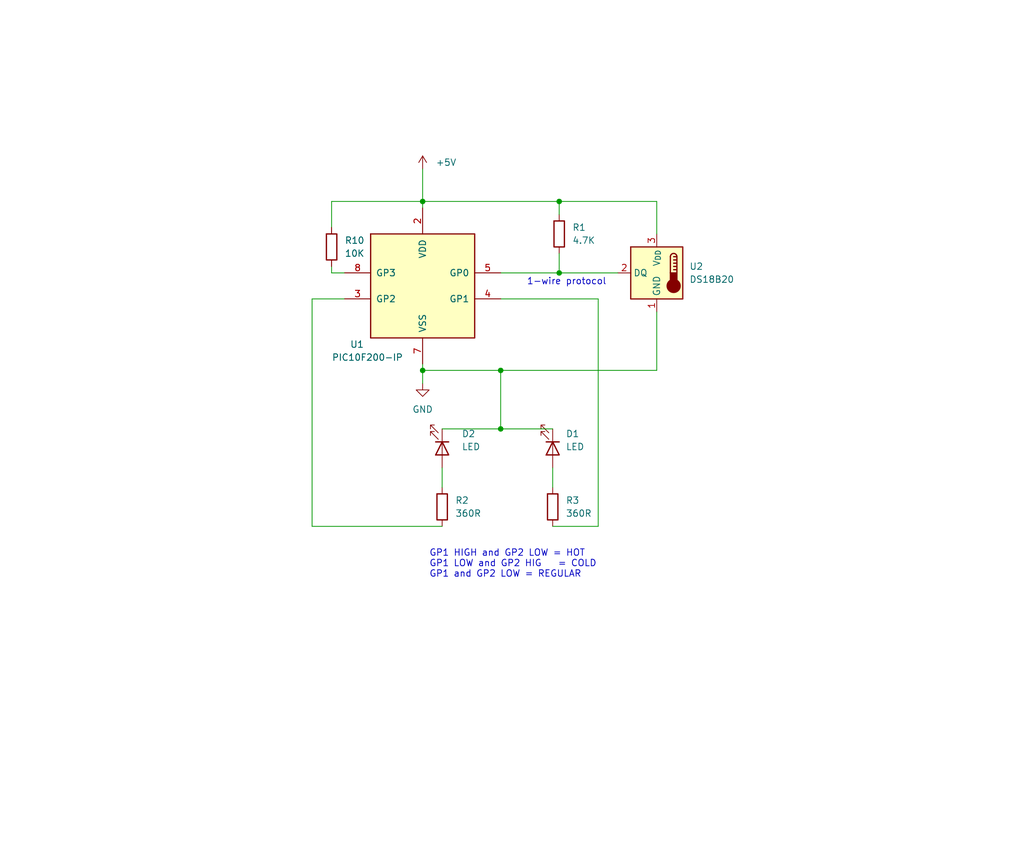
<source format=kicad_sch>
(kicad_sch (version 20230121) (generator eeschema)
  (paper "User" 200 165.1)
  (title_block (title "PIC10F200 and 1-wire protocol with DS18B20") (company "Ricardo Lima Caratti"))
  (lib_symbols
    (symbol "Device:LED" (pin_numbers hide) (pin_names (offset 1.016) hide)
      (property "Reference" "D" (at 0 2.54 0))
      (property "Value" "LED" (at 0 -2.54 0))
      (symbol "LED_0_1"
        (polyline (pts (xy -1.27 -1.27) (xy -1.27 1.27)) (stroke (width 0.254)))
        (polyline (pts (xy -1.27 0) (xy 1.27 0)))
        (polyline (pts (xy 1.27 -1.27) (xy 1.27 1.27) (xy -1.27 0) (xy 1.27 -1.27)) (stroke (width 0.254)))
        (polyline (pts (xy -3.048 -0.762) (xy -4.572 -2.286) (xy -3.81 -2.286) (xy -4.572 -2.286) (xy -4.572 -1.524)))
        (polyline (pts (xy -1.778 -0.762) (xy -3.302 -2.286) (xy -2.54 -2.286) (xy -3.302 -2.286) (xy -3.302 -1.524)))
      )
      (symbol "LED_1_1"
        (pin passive line (at -3.81 0 0) (length 2.54) (name "K") (number "1"))
        (pin passive line (at 3.81 0 180) (length 2.54) (name "A") (number "2"))
      )
    )
    (symbol "Device:R" (pin_numbers hide) (pin_names (offset 0))
      (property "Reference" "R" (at 2.032 0 90))
      (property "Value" "R" (at 0 0 90))
      (symbol "R_0_1"
        (rectangle (start -1.016 -2.54) (end 1.016 2.54) (stroke (width 0.254)))
      )
      (symbol "R_1_1"
        (pin passive line (at 0 3.81 270) (length 1.27) (name "~") (number "1"))
        (pin passive line (at 0 -3.81 90) (length 1.27) (name "~") (number "2"))
      )
    )
    (symbol "MCU_Microchip_PIC10:PIC10F200-IP" (pin_names (offset 1.016))
      (property "Reference" "U" (at 1.27 13.97 0))
      (property "Value" "PIC10F200-IP" (at 1.27 11.43 0))
      (symbol "PIC10F200-IP_0_1"
        (rectangle (start -10.16 10.16) (end 10.16 -10.16) (stroke (width 0.254)) (fill (type background)))
      )
      (symbol "PIC10F200-IP_1_1"
        (pin power_in line (at 0 15.24 270) (length 5.08) (name "VDD") (number "2"))
        (pin bidirectional line (at 15.24 -2.54 180) (length 5.08) (name "GP2") (number "3"))
        (pin bidirectional line (at -15.24 -2.54 0) (length 5.08) (name "GP1") (number "4"))
        (pin bidirectional line (at -15.24 2.54 0) (length 5.08) (name "GP0") (number "5"))
        (pin power_in line (at 0 -15.24 90) (length 5.08) (name "VSS") (number "7"))
        (pin input line (at 15.24 2.54 180) (length 5.08) (name "GP3") (number "8"))
      )
    )
    (symbol "Sensor_Temperature:DS18B20"
      (property "Reference" "U" (at -3.81 6.35 0))
      (property "Value" "DS18B20" (at 6.35 6.35 0))
      (symbol "DS18B20_0_1"
        (rectangle (start -5.08 5.08) (end 5.08 -5.08) (stroke (width 0.254)) (fill (type background)))
        (circle (center -3.302 -2.54) (radius 1.27) (stroke (width 0.254)) (fill (type outline)))
        (rectangle (start -2.667 -1.905) (end -3.937 0) (stroke (width 0.254)) (fill (type outline)))
        (arc (start -2.667 3.175) (mid -3.302 3.8073) (end -3.937 3.175) (stroke (width 0.254)))
        (polyline (pts (xy -3.937 0.635) (xy -3.302 0.635)) (stroke (width 0.254)))
        (polyline (pts (xy -3.937 1.27) (xy -3.302 1.27)) (stroke (width 0.254)))
        (polyline (pts (xy -3.937 1.905) (xy -3.302 1.905)) (stroke (width 0.254)))
        (polyline (pts (xy -3.937 2.54) (xy -3.302 2.54)) (stroke (width 0.254)))
        (polyline (pts (xy -3.937 3.175) (xy -3.937 0)) (stroke (width 0.254)))
        (polyline (pts (xy -3.937 3.175) (xy -3.302 3.175)) (stroke (width 0.254)))
        (polyline (pts (xy -2.667 3.175) (xy -2.667 0)) (stroke (width 0.254)))
      )
      (symbol "DS18B20_1_1"
        (pin power_in line (at 0 -7.62 90) (length 2.54) (name "GND") (number "1"))
        (pin bidirectional line (at 7.62 0 180) (length 2.54) (name "DQ") (number "2"))
        (pin power_in line (at 0 7.62 270) (length 2.54) (name "V_{DD}") (number "3"))
      )
    )
    (symbol "power:+5V" (power) (pin_names (offset 0))
      (property "Value" "+5V" (at 0 3.556 0))
      (symbol "+5V_0_1"
        (polyline (pts (xy -0.762 1.27) (xy 0 2.54)))
        (polyline (pts (xy 0 0) (xy 0 2.54)))
        (polyline (pts (xy 0 2.54) (xy 0.762 1.27)))
      )
      (symbol "+5V_1_1"
        (pin power_in line (at 0 0 90) (length 0) hide (name "+5V") (number "1"))
      )
    )
    (symbol "power:GND" (power) (pin_names (offset 0))
      (property "Value" "GND" (at 0 -3.81 0))
      (symbol "GND_0_1"
        (polyline (pts (xy 0 0) (xy 0 -1.27) (xy 1.27 -1.27) (xy 0 -2.54) (xy -1.27 -1.27) (xy 0 -1.27)))
      )
      (symbol "GND_1_1"
        (pin power_in line (at 0 0 270) (length 0) hide (name "GND") (number "1"))
      )
    )
  )
  (junction (at 109.22 39.37))
  (junction (at 97.79 72.39))
  (junction (at 109.22 53.34))
  (junction (at 82.55 39.37))
  (junction (at 97.79 83.82))
  (junction (at 82.55 72.39))
  (wire (pts (xy 86.36 91.44) (xy 86.36 95.25)))
  (wire (pts (xy 116.84 102.87) (xy 116.84 58.42)))
  (wire (pts (xy 128.27 45.72) (xy 128.27 39.37)))
  (wire (pts (xy 97.79 72.39) (xy 128.27 72.39)))
  (wire (pts (xy 82.55 71.12) (xy 82.55 72.39)))
  (wire (pts (xy 67.31 53.34) (xy 64.77 53.34)))
  (wire (pts (xy 97.79 72.39) (xy 97.79 83.82)))
  (wire (pts (xy 82.55 40.64) (xy 82.55 39.37)))
  (wire (pts (xy 109.22 41.91) (xy 109.22 39.37)))
  (wire (pts (xy 60.96 58.42) (xy 67.31 58.42)))
  (wire (pts (xy 82.55 72.39) (xy 82.55 74.93)))
  (wire (pts (xy 60.96 102.87) (xy 60.96 58.42)))
  (wire (pts (xy 64.77 39.37) (xy 82.55 39.37)))
  (wire (pts (xy 128.27 60.96) (xy 128.27 72.39)))
  (wire (pts (xy 116.84 58.42) (xy 97.79 58.42)))
  (wire (pts (xy 97.79 53.34) (xy 109.22 53.34)))
  (wire (pts (xy 82.55 72.39) (xy 97.79 72.39)))
  (wire (pts (xy 109.22 53.34) (xy 120.65 53.34)))
  (wire (pts (xy 64.77 52.07) (xy 64.77 53.34)))
  (wire (pts (xy 107.95 91.44) (xy 107.95 95.25)))
  (wire (pts (xy 86.36 102.87) (xy 60.96 102.87)))
  (wire (pts (xy 109.22 39.37) (xy 82.55 39.37)))
  (wire (pts (xy 97.79 83.82) (xy 107.95 83.82)))
  (wire (pts (xy 128.27 39.37) (xy 109.22 39.37)))
  (wire (pts (xy 107.95 102.87) (xy 116.84 102.87)))
  (wire (pts (xy 86.36 83.82) (xy 97.79 83.82)))
  (wire (pts (xy 109.22 49.53) (xy 109.22 53.34)))
  (wire (pts (xy 82.55 33.02) (xy 82.55 39.37)))
  (wire (pts (xy 64.77 39.37) (xy 64.77 44.45)))
  (text "GP1 HIGH and GP2 LOW = HOT\nGP1 LOW and GP2 HIG	= COLD\nGP1 and GP2 LOW = REGULAR" (at 83.82 113.03 0) (effects (font (size 1.27 1.27)) (justify left bottom)))
  (text "1-wire protocol" (at 102.87 55.88 0) (effects (font (size 1.27 1.27)) (justify left bottom)))
  (symbol (lib_id "Device:LED") (at 107.95 87.63 270) (unit 1)
    (property "Reference" "D1" (at 110.49 84.7725 90) (effects (justify left)))
    (property "Value" "LED" (at 110.49 87.3125 90) (effects (justify left)))
  )
  (symbol (lib_id "Device:R") (at 64.77 48.26 180) (unit 1)
    (property "Reference" "R10" (at 67.31 46.99 0) (effects (justify right)))
    (property "Value" "10K" (at 67.31 49.53 0) (effects (justify right)))
  )
  (symbol (lib_id "Device:LED") (at 86.36 87.63 270) (unit 1)
    (property "Reference" "D2" (at 90.17 84.7725 90) (effects (justify left)))
    (property "Value" "LED" (at 90.17 87.3125 90) (effects (justify left)))
  )
  (symbol (lib_id "Device:R") (at 86.36 99.06 180) (unit 1)
    (property "Reference" "R2" (at 88.9 97.79 0) (effects (justify right)))
    (property "Value" "360R" (at 88.9 100.33 0) (effects (justify right)))
  )
  (symbol (lib_id "MCU_Microchip_PIC10:PIC10F200-IP") (at 82.55 55.88 0) (mirror y) (unit 1)
    (property "Reference" "U1" (at 71.12 67.31 0) (effects (justify left)))
    (property "Value" "PIC10F200-IP" (at 78.74 69.85 0) (effects (justify left)))
    (property "Footprint" "Package_DIP:DIP-8_W7.62mm" (effects hide))
    (property "Datasheet" "http://ww1.microchip.com/downloads/en/DeviceDoc/41239D.pdf" (effects hide))
  )
  (symbol (lib_id "power:+5V") (at 82.55 33.02 0) (unit 1)
    (property "Reference" "#PWR05" (effects hide))
    (property "Value" "+5V" (at 85.09 31.75 0) (effects (justify left)))
  )
  (symbol (lib_id "Device:R") (at 109.22 45.72 180) (unit 1)
    (property "Reference" "R1" (at 111.76 44.45 0) (effects (justify right)))
    (property "Value" "4.7K" (at 111.76 46.99 0) (effects (justify right)))
  )
  (symbol (lib_id "Sensor_Temperature:DS18B20") (at 128.27 53.34 0) (mirror y) (unit 1)
    (property "Reference" "U2" (at 134.62 52.07 0) (effects (justify right)))
    (property "Value" "DS18B20" (at 134.62 54.61 0) (effects (justify right)))
    (property "Footprint" "Package_TO_SOT_THT:TO-92_Inline" (effects hide))
    (property "Datasheet" "http://datasheets.maximintegrated.com/en/ds/DS18B20.pdf" (effects hide))
  )
  (symbol (lib_id "power:GND") (at 82.55 74.93 0) (unit 1)
    (property "Reference" "#PWR02" (effects hide))
    (property "Value" "GND" (at 82.55 80.01 0))
  )
  (symbol (lib_id "Device:R") (at 107.95 99.06 180) (unit 1)
    (property "Reference" "R3" (at 110.49 97.79 0) (effects (justify right)))
    (property "Value" "360R" (at 110.49 100.33 0) (effects (justify right)))
  )
)
</source>
